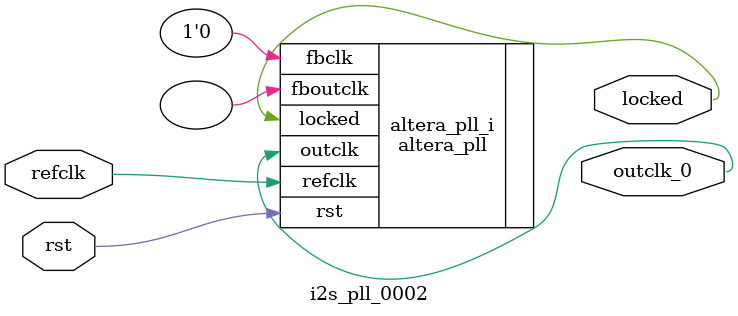
<source format=v>
`timescale 1ns/10ps
module  i2s_pll_0002(

	// interface 'refclk'
	input wire refclk,

	// interface 'reset'
	input wire rst,

	// interface 'outclk0'
	output wire outclk_0,

	// interface 'locked'
	output wire locked
);

	altera_pll #(
		.fractional_vco_multiplier("true"),
		.reference_clock_frequency("50.0 MHz"),
		.operation_mode("direct"),
		.number_of_clocks(1),
		.output_clock_frequency0("1.024000 MHz"),
		.phase_shift0("0 ps"),
		.duty_cycle0(50),
		.output_clock_frequency1("0 MHz"),
		.phase_shift1("0 ps"),
		.duty_cycle1(50),
		.output_clock_frequency2("0 MHz"),
		.phase_shift2("0 ps"),
		.duty_cycle2(50),
		.output_clock_frequency3("0 MHz"),
		.phase_shift3("0 ps"),
		.duty_cycle3(50),
		.output_clock_frequency4("0 MHz"),
		.phase_shift4("0 ps"),
		.duty_cycle4(50),
		.output_clock_frequency5("0 MHz"),
		.phase_shift5("0 ps"),
		.duty_cycle5(50),
		.output_clock_frequency6("0 MHz"),
		.phase_shift6("0 ps"),
		.duty_cycle6(50),
		.output_clock_frequency7("0 MHz"),
		.phase_shift7("0 ps"),
		.duty_cycle7(50),
		.output_clock_frequency8("0 MHz"),
		.phase_shift8("0 ps"),
		.duty_cycle8(50),
		.output_clock_frequency9("0 MHz"),
		.phase_shift9("0 ps"),
		.duty_cycle9(50),
		.output_clock_frequency10("0 MHz"),
		.phase_shift10("0 ps"),
		.duty_cycle10(50),
		.output_clock_frequency11("0 MHz"),
		.phase_shift11("0 ps"),
		.duty_cycle11(50),
		.output_clock_frequency12("0 MHz"),
		.phase_shift12("0 ps"),
		.duty_cycle12(50),
		.output_clock_frequency13("0 MHz"),
		.phase_shift13("0 ps"),
		.duty_cycle13(50),
		.output_clock_frequency14("0 MHz"),
		.phase_shift14("0 ps"),
		.duty_cycle14(50),
		.output_clock_frequency15("0 MHz"),
		.phase_shift15("0 ps"),
		.duty_cycle15(50),
		.output_clock_frequency16("0 MHz"),
		.phase_shift16("0 ps"),
		.duty_cycle16(50),
		.output_clock_frequency17("0 MHz"),
		.phase_shift17("0 ps"),
		.duty_cycle17(50),
		.pll_type("General"),
		.pll_subtype("General")
	) altera_pll_i (
		.rst	(rst),
		.outclk	({outclk_0}),
		.locked	(locked),
		.fboutclk	( ),
		.fbclk	(1'b0),
		.refclk	(refclk)
	);
endmodule


</source>
